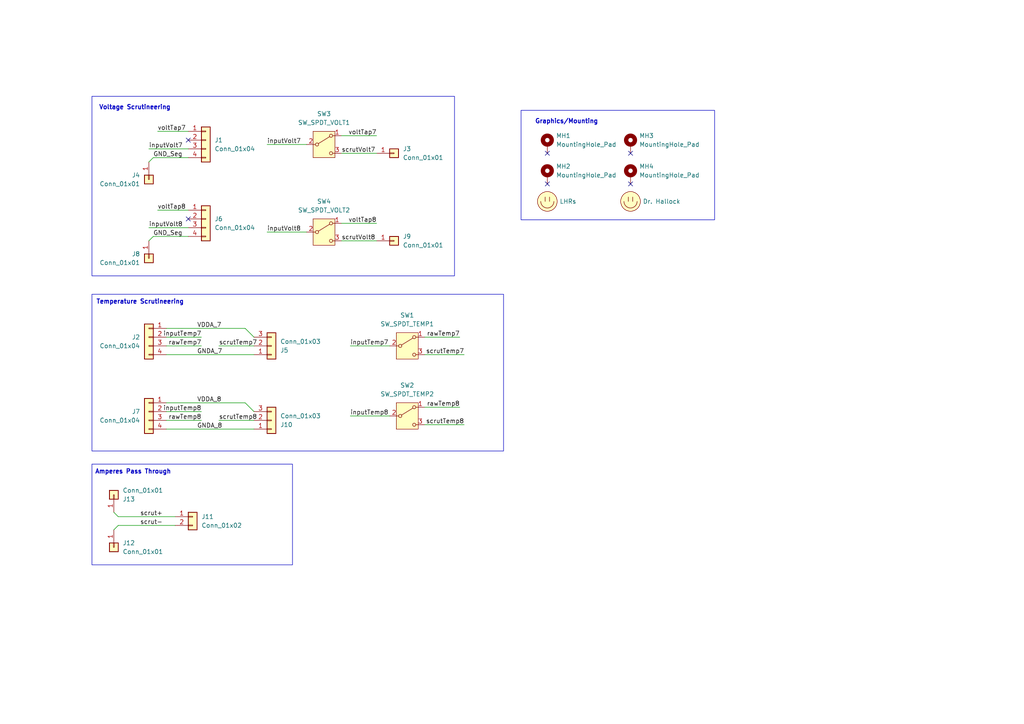
<source format=kicad_sch>
(kicad_sch (version 20250114) (generator "eeschema") (generator_version "9.0")
  (paper "A4")
  (lib_symbols
    (symbol "Connector_Generic:Conn_01x01" (pin_names (offset 1.016) (hide yes))
      (property "Reference" "J" (at 0 2.54 0))
      (property "Value" "Conn_01x01" (at 0 -2.54 0))
      (symbol "Conn_01x01_1_1"
        (rectangle (start -1.27 1.27) (end 1.27 -1.27) (stroke (width 0.254)) (fill (type background)))
        (rectangle (start -1.27 0.127) (end 0 -0.127) (stroke (width 0.1524)))
        (pin passive line (at -5.08 0 0) (length 3.81) (name "Pin_1") (number "1"))
      )
    )
    (symbol "Connector_Generic:Conn_01x02" (pin_names (offset 1.016) (hide yes))
      (property "Reference" "J" (at 0 2.54 0))
      (property "Value" "Conn_01x02" (at 0 -5.08 0))
      (symbol "Conn_01x02_1_1"
        (rectangle (start -1.27 1.27) (end 1.27 -3.81) (stroke (width 0.254)) (fill (type background)))
        (rectangle (start -1.27 0.127) (end 0 -0.127) (stroke (width 0.1524)))
        (rectangle (start -1.27 -2.413) (end 0 -2.667) (stroke (width 0.1524)))
        (pin passive line (at -5.08 0 0) (length 3.81) (name "Pin_1") (number "1"))
        (pin passive line (at -5.08 -2.54 0) (length 3.81) (name "Pin_2") (number "2"))
      )
    )
    (symbol "Connector_Generic:Conn_01x03" (pin_names (offset 1.016) (hide yes))
      (property "Reference" "J" (at 0 5.08 0))
      (property "Value" "Conn_01x03" (at 0 -5.08 0))
      (symbol "Conn_01x03_1_1"
        (rectangle (start -1.27 3.81) (end 1.27 -3.81) (stroke (width 0.254)) (fill (type background)))
        (rectangle (start -1.27 2.667) (end 0 2.413) (stroke (width 0.1524)))
        (rectangle (start -1.27 0.127) (end 0 -0.127) (stroke (width 0.1524)))
        (rectangle (start -1.27 -2.413) (end 0 -2.667) (stroke (width 0.1524)))
        (pin passive line (at -5.08 2.54 0) (length 3.81) (name "Pin_1") (number "1"))
        (pin passive line (at -5.08 0 0) (length 3.81) (name "Pin_2") (number "2"))
        (pin passive line (at -5.08 -2.54 0) (length 3.81) (name "Pin_3") (number "3"))
      )
    )
    (symbol "Connector_Generic:Conn_01x04" (pin_names (offset 1.016) (hide yes))
      (property "Reference" "J" (at 0 5.08 0))
      (property "Value" "Conn_01x04" (at 0 -7.62 0))
      (symbol "Conn_01x04_1_1"
        (rectangle (start -1.27 3.81) (end 1.27 -6.35) (stroke (width 0.254)) (fill (type background)))
        (rectangle (start -1.27 2.667) (end 0 2.413) (stroke (width 0.1524)))
        (rectangle (start -1.27 0.127) (end 0 -0.127) (stroke (width 0.1524)))
        (rectangle (start -1.27 -2.413) (end 0 -2.667) (stroke (width 0.1524)))
        (rectangle (start -1.27 -4.953) (end 0 -5.207) (stroke (width 0.1524)))
        (pin passive line (at -5.08 2.54 0) (length 3.81) (name "Pin_1") (number "1"))
        (pin passive line (at -5.08 0 0) (length 3.81) (name "Pin_2") (number "2"))
        (pin passive line (at -5.08 -2.54 0) (length 3.81) (name "Pin_3") (number "3"))
        (pin passive line (at -5.08 -5.08 0) (length 3.81) (name "Pin_4") (number "4"))
      )
    )
    (symbol "Mechanical:MountingHole_Pad" (pin_numbers (hide yes)) (pin_names (offset 1.016) (hide yes)) (exclude_from_sim yes) (in_bom no)
      (property "Reference" "H" (at 0 6.35 0))
      (property "Value" "MountingHole_Pad" (at 0 4.445 0))
      (symbol "MountingHole_Pad_0_1"
        (circle (center 0 1.27) (radius 1.27) (stroke (width 1.27)))
      )
      (symbol "MountingHole_Pad_1_1"
        (pin input line (at 0 -2.54 90) (length 2.54) (name "1") (number "1"))
      )
    )
    (symbol "Switch:SW_SPDT" (pin_names (offset 0) (hide yes))
      (property "Reference" "SW" (at 0 5.08 0))
      (property "Value" "SW_SPDT" (at 0 -5.08 0))
      (symbol "SW_SPDT_0_1"
        (circle (center -2.032 0) (radius 0.4572))
        (polyline (pts (xy -1.651 0.254) (xy 1.651 2.286)))
        (circle (center 2.032 2.54) (radius 0.4572))
        (circle (center 2.032 -2.54) (radius 0.4572))
      )
      (symbol "SW_SPDT_1_1"
        (rectangle (start -3.175 3.81) (end 3.175 -3.81) (fill (type background)))
        (pin passive line (at -5.08 0 0) (length 2.54) (name "B") (number "2"))
        (pin passive line (at 5.08 2.54 180) (length 2.54) (name "A") (number "1"))
        (pin passive line (at 5.08 -2.54 180) (length 2.54) (name "C") (number "3"))
      )
    )
    (symbol "utsvt_misc:Logo_Placeholder" (pin_names (offset 1.016))
      (property "Value" "Dr. Hallock" (at 3.556 0 0))
      (symbol "Logo_Placeholder_0_1"
        (polyline (pts (xy -0.635 1.27) (xy -0.635 0)))
        (arc (start 1.905 0) (mid 0 -1.8967) (end -1.905 0))
        (circle (center 0 0) (radius 2.8448) (fill (type background)))
        (polyline (pts (xy 0.635 1.27) (xy 0.635 0)))
      )
    )
  )
  (rectangle (start 26.67 85.344) (end 146.05 130.81))
  (rectangle (start 26.67 134.62) (end 84.836 163.83))
  (rectangle (start 151.13 32.004) (end 207.264 63.754))
  (rectangle (start 26.67 27.94) (end 131.826 80.01))
  (text "Temperature Scrutineering" (at 40.64 87.63 0) (effects (font (size 1.27 1.27) (thickness 0.254) (bold yes))))
  (text "Amperes Pass Through" (at 38.608 136.906 0) (effects (font (size 1.27 1.27) (thickness 0.254) (bold yes))))
  (text "Voltage Scrutineering" (at 39.116 31.242 0) (effects (font (size 1.27 1.27) (thickness 0.254) (bold yes))))
  (text "Graphics/Mounting" (at 164.338 35.306 0) (effects (font (size 1.27 1.27) (thickness 0.254) (bold yes))))
  (no_connect (at 54.61 63.5))
  (no_connect (at 158.75 53.34))
  (no_connect (at 54.61 40.64))
  (no_connect (at 182.88 44.45))
  (no_connect (at 158.75 44.45))
  (no_connect (at 182.88 53.34))
  (wire (pts (xy 99.06 39.37) (xy 109.22 39.37)))
  (wire (pts (xy 99.06 69.85) (xy 109.22 69.85)))
  (wire (pts (xy 99.06 64.77) (xy 109.22 64.77)))
  (wire (pts (xy 77.47 41.91) (xy 88.9 41.91)))
  (wire (pts (xy 43.18 66.04) (xy 54.61 66.04)))
  (wire (pts (xy 48.26 124.46) (xy 73.66 124.46)))
  (wire (pts (xy 77.47 67.31) (xy 88.9 67.31)))
  (wire (pts (xy 71.12 116.84) (xy 73.66 119.38)))
  (wire (pts (xy 44.45 68.58) (xy 43.18 69.85)))
  (wire (pts (xy 71.12 95.25) (xy 73.66 97.79)))
  (wire (pts (xy 101.6 100.33) (xy 113.03 100.33)))
  (wire (pts (xy 48.26 119.38) (xy 58.42 119.38)))
  (wire (pts (xy 44.45 68.58) (xy 54.61 68.58)))
  (wire (pts (xy 34.29 152.4) (xy 50.8 152.4)))
  (wire (pts (xy 99.06 44.45) (xy 109.22 44.45)))
  (wire (pts (xy 48.26 116.84) (xy 71.12 116.84)))
  (wire (pts (xy 43.18 43.18) (xy 54.61 43.18)))
  (wire (pts (xy 48.26 95.25) (xy 71.12 95.25)))
  (wire (pts (xy 44.45 45.72) (xy 54.61 45.72)))
  (wire (pts (xy 123.19 102.87) (xy 134.62 102.87)))
  (wire (pts (xy 63.5 100.33) (xy 73.66 100.33)))
  (wire (pts (xy 48.26 102.87) (xy 73.66 102.87)))
  (wire (pts (xy 123.19 123.19) (xy 134.62 123.19)))
  (wire (pts (xy 34.29 149.86) (xy 50.8 149.86)))
  (wire (pts (xy 48.26 97.79) (xy 58.42 97.79)))
  (wire (pts (xy 63.5 121.92) (xy 73.66 121.92)))
  (wire (pts (xy 54.61 60.96) (xy 45.72 60.96)))
  (wire (pts (xy 48.26 121.92) (xy 58.42 121.92)))
  (wire (pts (xy 34.29 152.4) (xy 33.02 153.67)))
  (wire (pts (xy 123.19 97.79) (xy 133.35 97.79)))
  (wire (pts (xy 44.45 45.72) (xy 43.18 46.99)))
  (wire (pts (xy 34.29 149.86) (xy 33.02 148.59)))
  (wire (pts (xy 54.61 38.1) (xy 45.72 38.1)))
  (wire (pts (xy 48.26 100.33) (xy 58.42 100.33)))
  (wire (pts (xy 123.19 118.11) (xy 133.35 118.11)))
  (wire (pts (xy 101.6 120.65) (xy 113.03 120.65)))
  (label "GND_Seg" (at 44.45 45.72 0))
  (label "scrutTemp7" (at 63.5 100.33 0))
  (label "inputVolt8" (at 77.47 67.31 0))
  (label "inputTemp8" (at 101.6 120.65 0))
  (label "scrutVolt8" (at 99.06 69.85 0))
  (label "GNDA_8" (at 57.15 124.46 0))
  (label "inputTemp8" (at 58.42 119.38 180))
  (label "inputVolt8" (at 43.18 66.04 0))
  (label "rawTemp7" (at 133.35 97.79 180))
  (label "scrutTemp8" (at 134.62 123.19 180))
  (label "scrutTemp7" (at 134.62 102.87 180))
  (label "GND_Seg" (at 44.45 68.58 0))
  (label "inputTemp7" (at 101.6 100.33 0))
  (label "" (at 97.79 50.8 0))
  (label "voltTap8" (at 109.22 64.77 180))
  (label "scrutTemp8" (at 63.5 121.92 0))
  (label "voltTap7" (at 109.22 39.37 180))
  (label "VDDA_8" (at 57.15 116.84 0))
  (label "inputVolt7" (at 77.47 41.91 0))
  (label "voltTap7" (at 45.72 38.1 0))
  (label "scrut-" (at 40.64 152.4 0))
  (label "scrutVolt7" (at 99.06 44.45 0))
  (label "rawTemp8" (at 58.42 121.92 180))
  (label "scrut+" (at 40.64 149.86 0))
  (label "voltTap8" (at 45.72 60.96 0))
  (label "GNDA_7" (at 57.15 102.87 0))
  (label "rawTemp7" (at 58.42 100.33 180))
  (label "inputVolt7" (at 43.18 43.18 0))
  (label "inputTemp7" (at 58.42 97.79 180))
  (label "rawTemp8" (at 133.35 118.11 180))
  (label "VDDA_7" (at 57.15 95.25 0))
  (symbol (lib_id "Connector_Generic:Conn_01x04") (at 59.69 40.64 0) (unit 1)
    (property "Reference" "J1" (at 62.23 40.6399 0) (effects (justify left)))
    (property "Value" "Conn_01x04" (at 62.23 43.1799 0) (effects (justify left)))
    (property "Footprint" "VoltTemp:1053132104" (effects (hide yes)))
    (property "Description" "Generic connector, single row, 01x04, script generated (kicad-library-utils/schlib/autogen/connector/)" (effects (hide yes)))
    (property "P/N" "1053132104" (effects (hide yes)))
  )
  (symbol (lib_id "Connector_Generic:Conn_01x02") (at 55.88 149.86 0) (unit 1)
    (property "Reference" "J11" (at 58.42 149.8599 0) (effects (justify left)))
    (property "Value" "Conn_01x02" (at 58.42 152.3999 0) (effects (justify left)))
    (property "Footprint" "UTSVT_Connectors:105313-2102" (effects (hide yes)))
    (property "Description" "Generic connector, single row, 01x02, script generated (kicad-library-utils/schlib/autogen/connector/)" (effects (hide yes)))
    (property "P/N" "1053131102" (effects (hide yes)))
  )
  (symbol (lib_id "Connector_Generic:Conn_01x01") (at 114.3 44.45 0) (unit 1)
    (property "Reference" "J3" (at 116.84 43.1799 0) (effects (justify left)))
    (property "Value" "Conn_01x01" (at 116.84 45.7199 0) (effects (justify left)))
    (property "Footprint" "UTSVT_Connectors:Banana_Jack_1_Pin_4mm" (effects (hide yes)))
    (property "Description" "Generic connector, single row, 01x01, script generated (kicad-library-utils/schlib/autogen/connector/)" (effects (hide yes)))
  )
  (symbol (lib_id "utsvt_misc:Logo_Placeholder") (at 158.75 58.42 0) (unit 1) (in_bom no)
    (property "Reference" "LOGO2" (effects (hide yes)))
    (property "Value" "LHRs" (at 162.306 58.42 0) (effects (justify left)))
    (property "Footprint" "UTSVT_Logos:LHRs_LOGO" (effects (hide yes)))
    (property "Description" "Graph footprint placeholder" (effects (hide yes)))
  )
  (symbol (lib_id "Connector_Generic:Conn_01x01") (at 33.02 158.75 270) (unit 1)
    (property "Reference" "J12" (at 35.56 157.4799 90) (effects (justify left)))
    (property "Value" "Conn_01x01" (at 35.56 160.0199 90) (effects (justify left)))
    (property "Footprint" "UTSVT_Connectors:Banana_Jack_1_Pin_4mm" (effects (hide yes)))
    (property "Description" "Generic connector, single row, 01x01, script generated (kicad-library-utils/schlib/autogen/connector/)" (effects (hide yes)))
  )
  (symbol (lib_id "Connector_Generic:Conn_01x03") (at 78.74 100.33 0) (mirror x) (unit 1)
    (property "Reference" "J5" (at 81.28 101.6001 0) (effects (justify left)))
    (property "Value" "Conn_01x03" (at 81.28 99.0601 0) (effects (justify left)))
    (property "Footprint" "VoltTemp:1053131103" (effects (hide yes)))
    (property "Description" "Generic connector, single row, 01x03, script generated (kicad-library-utils/schlib/autogen/connector/)" (effects (hide yes)))
    (property "P/N" "1053131103" (effects (hide yes)))
  )
  (symbol (lib_id "Connector_Generic:Conn_01x01") (at 43.18 52.07 90) (mirror x) (unit 1)
    (property "Reference" "J4" (at 40.64 50.7999 90) (effects (justify left)))
    (property "Value" "Conn_01x01" (at 40.64 53.3399 90) (effects (justify left)))
    (property "Footprint" "UTSVT_Connectors:Banana_Jack_1_Pin_4mm" (effects (hide yes)))
    (property "Description" "Generic connector, single row, 01x01, script generated (kicad-library-utils/schlib/autogen/connector/)" (effects (hide yes)))
  )
  (symbol (lib_id "Mechanical:MountingHole_Pad") (at 158.75 41.91 0) (unit 1) (exclude_from_sim yes) (in_bom no)
    (property "Reference" "MH1" (at 161.29 39.3699 0) (effects (justify left)))
    (property "Value" "MountingHole_Pad" (at 161.29 41.9099 0) (effects (justify left)))
    (property "Footprint" "MountingHole:MountingHole_3.2mm_M3_Pad_TopBottom" (effects (hide yes)))
    (property "Description" "Mounting Hole with connection" (effects (hide yes)))
  )
  (symbol (lib_id "Switch:SW_SPDT") (at 93.98 41.91 0) (unit 1)
    (property "Reference" "SW3" (at 93.98 33.02 0))
    (property "Value" "SW_SPDT_VOLT1" (at 93.98 35.56 0))
    (property "Footprint" "Button_Switch_THT:SW_Slide_SPDT_Straight_CK_OS102011MS2Q" (effects (hide yes)))
    (property "Description" "Switch, single pole double throw" (effects (hide yes)))
  )
  (symbol (lib_id "Mechanical:MountingHole_Pad") (at 158.75 50.8 0) (unit 1) (exclude_from_sim yes) (in_bom no)
    (property "Reference" "MH2" (at 161.29 48.2599 0) (effects (justify left)))
    (property "Value" "MountingHole_Pad" (at 161.29 50.7999 0) (effects (justify left)))
    (property "Footprint" "MountingHole:MountingHole_3.2mm_M3_Pad_TopBottom" (effects (hide yes)))
    (property "Description" "Mounting Hole with connection" (effects (hide yes)))
  )
  (symbol (lib_id "Connector_Generic:Conn_01x03") (at 78.74 121.92 0) (mirror x) (unit 1)
    (property "Reference" "J10" (at 81.28 123.1901 0) (effects (justify left)))
    (property "Value" "Conn_01x03" (at 81.28 120.6501 0) (effects (justify left)))
    (property "Footprint" "VoltTemp:1053131103" (effects (hide yes)))
    (property "Description" "Generic connector, single row, 01x03, script generated (kicad-library-utils/schlib/autogen/connector/)" (effects (hide yes)))
    (property "P/N" "1053131103" (effects (hide yes)))
  )
  (symbol (lib_id "Mechanical:MountingHole_Pad") (at 182.88 50.8 0) (unit 1) (exclude_from_sim yes) (in_bom no)
    (property "Reference" "MH4" (at 185.42 48.2599 0) (effects (justify left)))
    (property "Value" "MountingHole_Pad" (at 185.42 50.7999 0) (effects (justify left)))
    (property "Footprint" "MountingHole:MountingHole_3.2mm_M3_Pad_TopBottom" (effects (hide yes)))
    (property "Description" "Mounting Hole with connection" (effects (hide yes)))
  )
  (symbol (lib_id "utsvt_misc:Logo_Placeholder") (at 182.88 58.42 0) (unit 1) (in_bom no)
    (property "Reference" "LOGO1" (effects (hide yes)))
    (property "Value" "Dr. Hallock" (at 186.436 58.42 0) (effects (justify left)))
    (property "Footprint" "UTSVT_Logos:Hallock_Image_Small" (effects (hide yes)))
    (property "Description" "Graph footprint placeholder" (effects (hide yes)))
  )
  (symbol (lib_id "Connector_Generic:Conn_01x01") (at 33.02 143.51 270) (mirror x) (unit 1)
    (property "Reference" "J13" (at 35.56 144.7801 90) (effects (justify left)))
    (property "Value" "Conn_01x01" (at 35.56 142.2401 90) (effects (justify left)))
    (property "Footprint" "UTSVT_Connectors:Banana_Jack_1_Pin_4mm" (effects (hide yes)))
    (property "Description" "Generic connector, single row, 01x01, script generated (kicad-library-utils/schlib/autogen/connector/)" (effects (hide yes)))
  )
  (symbol (lib_id "Switch:SW_SPDT") (at 93.98 67.31 0) (unit 1)
    (property "Reference" "SW4" (at 93.98 58.42 0))
    (property "Value" "SW_SPDT_VOLT2" (at 93.98 60.96 0))
    (property "Footprint" "Button_Switch_THT:SW_Slide_SPDT_Straight_CK_OS102011MS2Q" (effects (hide yes)))
    (property "Description" "Switch, single pole double throw" (effects (hide yes)))
  )
  (symbol (lib_id "Connector_Generic:Conn_01x01") (at 43.18 74.93 90) (mirror x) (unit 1)
    (property "Reference" "J8" (at 40.64 73.6599 90) (effects (justify left)))
    (property "Value" "Conn_01x01" (at 40.64 76.1999 90) (effects (justify left)))
    (property "Footprint" "UTSVT_Connectors:Banana_Jack_1_Pin_4mm" (effects (hide yes)))
    (property "Description" "Generic connector, single row, 01x01, script generated (kicad-library-utils/schlib/autogen/connector/)" (effects (hide yes)))
  )
  (symbol (lib_id "Connector_Generic:Conn_01x04") (at 43.18 97.79 0) (mirror y) (unit 1)
    (property "Reference" "J2" (at 40.64 97.7899 0) (effects (justify left)))
    (property "Value" "Conn_01x04" (at 40.64 100.3299 0) (effects (justify left)))
    (property "Footprint" "VoltTemp:1053132104" (effects (hide yes)))
    (property "Description" "Generic connector, single row, 01x04, script generated (kicad-library-utils/schlib/autogen/connector/)" (effects (hide yes)))
    (property "P/N" "1053132104" (effects (hide yes)))
  )
  (symbol (lib_id "Connector_Generic:Conn_01x01") (at 114.3 69.85 0) (unit 1)
    (property "Reference" "J9" (at 116.84 68.5799 0) (effects (justify left)))
    (property "Value" "Conn_01x01" (at 116.84 71.1199 0) (effects (justify left)))
    (property "Footprint" "UTSVT_Connectors:Banana_Jack_1_Pin_4mm" (effects (hide yes)))
    (property "Description" "Generic connector, single row, 01x01, script generated (kicad-library-utils/schlib/autogen/connector/)" (effects (hide yes)))
  )
  (symbol (lib_id "Connector_Generic:Conn_01x04") (at 59.69 63.5 0) (unit 1)
    (property "Reference" "J6" (at 62.23 63.4999 0) (effects (justify left)))
    (property "Value" "Conn_01x04" (at 62.23 66.0399 0) (effects (justify left)))
    (property "Footprint" "VoltTemp:1053132104" (effects (hide yes)))
    (property "Description" "Generic connector, single row, 01x04, script generated (kicad-library-utils/schlib/autogen/connector/)" (effects (hide yes)))
    (property "P/N" "1053132104" (effects (hide yes)))
  )
  (symbol (lib_id "Connector_Generic:Conn_01x04") (at 43.18 119.38 0) (mirror y) (unit 1)
    (property "Reference" "J7" (at 40.64 119.3799 0) (effects (justify left)))
    (property "Value" "Conn_01x04" (at 40.64 121.9199 0) (effects (justify left)))
    (property "Footprint" "VoltTemp:1053132104" (effects (hide yes)))
    (property "Description" "Generic connector, single row, 01x04, script generated (kicad-library-utils/schlib/autogen/connector/)" (effects (hide yes)))
    (property "P/N" "1053132104" (effects (hide yes)))
  )
  (symbol (lib_id "Mechanical:MountingHole_Pad") (at 182.88 41.91 0) (unit 1) (exclude_from_sim yes) (in_bom no)
    (property "Reference" "MH3" (at 185.42 39.3699 0) (effects (justify left)))
    (property "Value" "MountingHole_Pad" (at 185.42 41.9099 0) (effects (justify left)))
    (property "Footprint" "MountingHole:MountingHole_3.2mm_M3_Pad_TopBottom" (effects (hide yes)))
    (property "Description" "Mounting Hole with connection" (effects (hide yes)))
  )
  (symbol (lib_id "Switch:SW_SPDT") (at 118.11 100.33 0) (unit 1)
    (property "Reference" "SW1" (at 118.11 91.44 0))
    (property "Value" "SW_SPDT_TEMP1" (at 118.11 93.98 0))
    (property "Footprint" "Button_Switch_THT:SW_Slide_SPDT_Straight_CK_OS102011MS2Q" (effects (hide yes)))
    (property "Description" "Switch, single pole double throw" (effects (hide yes)))
  )
  (symbol (lib_id "Switch:SW_SPDT") (at 118.11 120.65 0) (unit 1)
    (property "Reference" "SW2" (at 118.11 111.76 0))
    (property "Value" "SW_SPDT_TEMP2" (at 118.11 114.3 0))
    (property "Footprint" "Button_Switch_THT:SW_Slide_SPDT_Straight_CK_OS102011MS2Q" (effects (hide yes)))
    (property "Description" "Switch, single pole double throw" (effects (hide yes)))
  )
)
</source>
